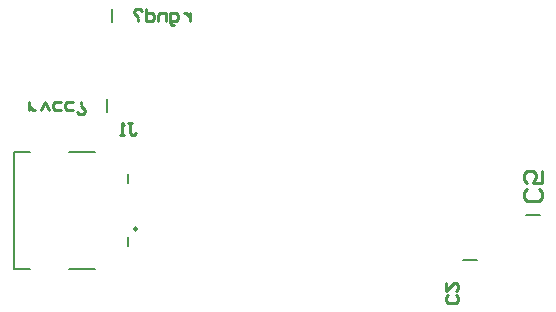
<source format=gbo>
%FSAX25Y25*%
%MOIN*%
G70*
G01*
G75*
G04 Layer_Color=32896*
%ADD10O,0.06496X0.01181*%
%ADD11R,0.05906X0.05906*%
%ADD12O,0.07480X0.02362*%
%ADD13O,0.08268X0.01772*%
%ADD14R,0.05118X0.03937*%
%ADD15O,0.01181X0.06890*%
%ADD16O,0.06890X0.01181*%
%ADD17R,0.05512X0.05512*%
%ADD18R,0.03937X0.05118*%
%ADD19C,0.01000*%
%ADD20C,0.01400*%
%ADD21C,0.02000*%
%ADD22C,0.01200*%
%ADD23C,0.01600*%
%ADD24C,0.05906*%
%ADD25C,0.02362*%
%ADD26R,0.05906X0.05906*%
%ADD27C,0.03000*%
%ADD28R,0.09843X0.07874*%
%ADD29R,0.09055X0.01969*%
%ADD30C,0.00984*%
%ADD31C,0.02362*%
%ADD32C,0.00787*%
%ADD33C,0.00800*%
%ADD34O,0.07296X0.01981*%
%ADD35R,0.06706X0.06706*%
%ADD36O,0.08280X0.03162*%
%ADD37O,0.09068X0.02572*%
%ADD38R,0.05918X0.04737*%
%ADD39O,0.01981X0.07690*%
%ADD40O,0.07690X0.01981*%
%ADD41R,0.06312X0.06312*%
%ADD42R,0.04737X0.05918*%
%ADD43C,0.06706*%
%ADD44C,0.03162*%
%ADD45R,0.06706X0.06706*%
%ADD46C,0.03800*%
%ADD47R,0.10642X0.08674*%
%ADD48R,0.09855X0.02769*%
D19*
X0239934Y0490899D02*
X0241267Y0490899D01*
X0240601Y0490899D01*
X0240601Y0487566D01*
X0241267Y0486900D01*
X0241934Y0486900D01*
X0242600Y0487566D01*
X0238601Y0486900D02*
X0237268Y0486900D01*
X0237935Y0486900D01*
X0237935Y0490899D01*
X0238601Y0490232D01*
X0349332Y0433666D02*
X0349999Y0432999D01*
X0349999Y0431666D01*
X0349332Y0431000D01*
X0346666Y0431000D01*
X0346000Y0431666D01*
X0346000Y0432999D01*
X0346666Y0433666D01*
X0346000Y0437665D02*
X0346000Y0434999D01*
X0348666Y0437665D01*
X0349332Y0437665D01*
X0349999Y0436998D01*
X0349999Y0435665D01*
X0349332Y0434999D01*
X0376998Y0468999D02*
X0377998Y0467999D01*
X0377998Y0466000D01*
X0376998Y0465000D01*
X0373000Y0465000D01*
X0372000Y0466000D01*
X0372000Y0467999D01*
X0373000Y0468999D01*
X0377998Y0474997D02*
X0377998Y0470998D01*
X0374999Y0470998D01*
X0375999Y0472997D01*
X0375999Y0473997D01*
X0374999Y0474997D01*
X0373000Y0474997D01*
X0372000Y0473997D01*
X0372000Y0471998D01*
X0373000Y0470998D01*
X0207000Y0495334D02*
X0207000Y0498000D01*
X0207000Y0496667D01*
X0207666Y0496001D01*
X0208333Y0495334D01*
X0208999Y0495334D01*
X0210999Y0495334D02*
X0212332Y0498000D01*
X0213665Y0495334D01*
X0217663Y0495334D02*
X0215664Y0495334D01*
X0214997Y0496001D01*
X0214997Y0497334D01*
X0215664Y0498000D01*
X0217663Y0498000D01*
X0221662Y0495334D02*
X0219663Y0495334D01*
X0218996Y0496001D01*
X0218996Y0497334D01*
X0219663Y0498000D01*
X0221662Y0498000D01*
X0222995Y0494668D02*
X0223661Y0494001D01*
X0224994Y0494001D01*
X0225661Y0494668D01*
X0225661Y0495334D01*
X0224328Y0496667D01*
X0224328Y0497334D02*
X0224328Y0498000D01*
X0260850Y0527666D02*
X0260850Y0525000D01*
X0260850Y0526333D01*
X0260184Y0526999D01*
X0259518Y0527666D01*
X0258851Y0527666D01*
X0255519Y0523667D02*
X0254852Y0523667D01*
X0254186Y0524334D01*
X0254186Y0527666D01*
X0256185Y0527666D01*
X0256852Y0526999D01*
X0256852Y0525666D01*
X0256185Y0525000D01*
X0254186Y0525000D01*
X0252853Y0525000D02*
X0252853Y0527666D01*
X0250854Y0527666D01*
X0250187Y0526999D01*
X0250187Y0525000D01*
X0246188Y0528999D02*
X0246188Y0525000D01*
X0248188Y0525000D01*
X0248854Y0525666D01*
X0248854Y0526999D01*
X0248188Y0527666D01*
X0246188Y0527666D01*
X0244856Y0528332D02*
X0244189Y0528999D01*
X0242856Y0528999D01*
X0242190Y0528332D01*
X0242190Y0527666D01*
X0243523Y0526333D01*
X0243523Y0525666D02*
X0243523Y0525000D01*
D30*
X0243091Y0455701D02*
G03*
X0243091Y0455701I-0000492J0000000D01*
G01*
D32*
X0233000Y0494835D02*
X0233000Y0499165D01*
X0234850Y0524835D02*
X0234850Y0529165D01*
X0202244Y0442512D02*
X0202244Y0481488D01*
X0207362Y0481488D01*
X0220354Y0481488D02*
X0229016Y0481488D01*
X0220354Y0442512D02*
X0229016Y0442512D01*
X0202244Y0442512D02*
X0207362Y0442512D01*
X0240039Y0470858D02*
X0240039Y0474008D01*
X0240039Y0449992D02*
X0240039Y0453141D01*
X0351638Y0445520D02*
X0356362Y0445520D01*
X0372638Y0460480D02*
X0377362Y0460480D01*
M02*

</source>
